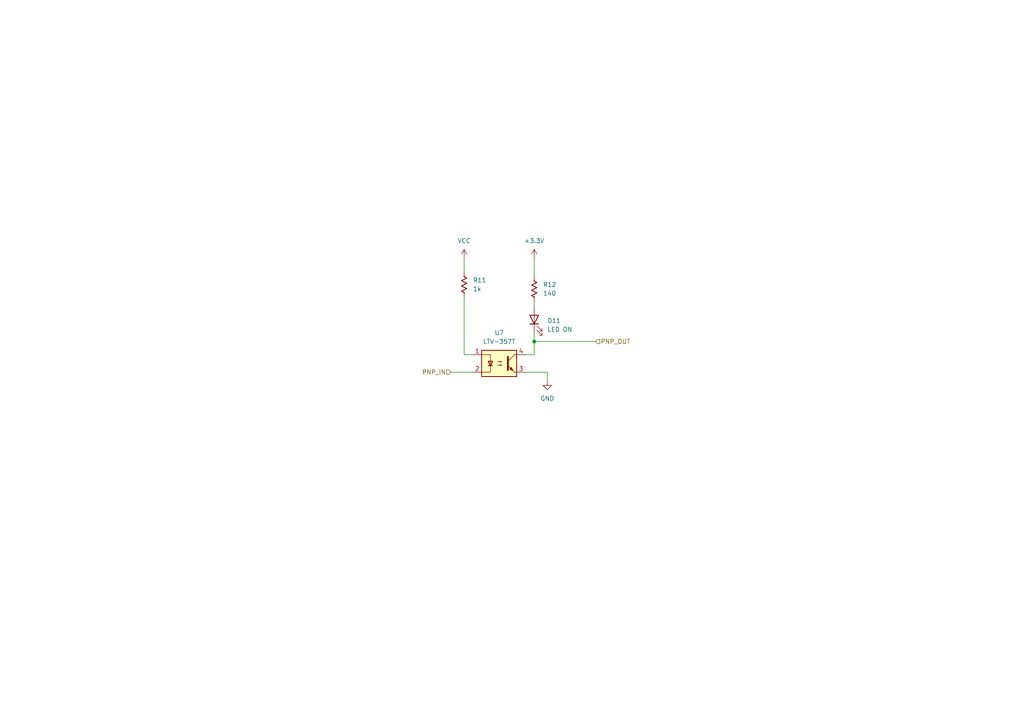
<source format=kicad_sch>
(kicad_sch (version 20250114) (generator "eeschema") (generator_version "9.0")
  (paper "A4")
  (lib_symbols
    (symbol "EasyEDA:+3.3V" (power) (pin_numbers (hide yes)) (pin_names (offset 0) (hide yes))
      (property "Value" "+3.3V" (at 0 3.556 0))
      (symbol "+3.3V_0_1"
        (polyline (pts (xy -0.762 1.27) (xy 0 2.54)))
        (polyline (pts (xy 0 2.54) (xy 0.762 1.27)))
        (polyline (pts (xy 0 0) (xy 0 2.54)))
      )
      (symbol "+3.3V_1_1"
        (pin power_in line (at 0 0 90) (length 0) (name "~") (number "1"))
      )
    )
    (symbol "EasyEDA:GND" (power) (pin_numbers (hide yes)) (pin_names (offset 0) (hide yes))
      (property "Value" "GND" (at 0 -3.81 0))
      (symbol "GND_0_1"
        (polyline (pts (xy 0 0) (xy 0 -1.27) (xy 1.27 -1.27) (xy 0 -2.54) (xy -1.27 -1.27) (xy 0 -1.27)))
      )
      (symbol "GND_1_1"
        (pin power_in line (at 0 0 270) (length 0) (name "~") (number "1"))
      )
    )
    (symbol "EasyEDA:LED" (pin_numbers (hide yes)) (pin_names (offset 1.016) (hide yes))
      (property "Reference" "D" (at 0 2.54 0))
      (property "Value" "LED" (at 0 -2.54 0))
      (symbol "LED_0_1"
        (polyline (pts (xy -3.048 -0.762) (xy -4.572 -2.286) (xy -3.81 -2.286) (xy -4.572 -2.286) (xy -4.572 -1.524)))
        (polyline (pts (xy -1.778 -0.762) (xy -3.302 -2.286) (xy -2.54 -2.286) (xy -3.302 -2.286) (xy -3.302 -1.524)))
        (polyline (pts (xy -1.27 0) (xy 1.27 0)))
        (polyline (pts (xy -1.27 -1.27) (xy -1.27 1.27)) (stroke (width 0.254)))
        (polyline (pts (xy 1.27 -1.27) (xy 1.27 1.27) (xy -1.27 0) (xy 1.27 -1.27)) (stroke (width 0.254)))
      )
      (symbol "LED_1_1"
        (pin passive line (at -3.81 0 0) (length 2.54) (name "K") (number "1"))
        (pin passive line (at 3.81 0 180) (length 2.54) (name "A") (number "2"))
      )
    )
    (symbol "EasyEDA:LTV-357T" (pin_names (offset 1.016))
      (property "Reference" "U" (at -5.334 4.826 0))
      (property "Value" "LTV-357T" (at 0 5.08 0))
      (symbol "LTV-357T_0_1"
        (rectangle (start -5.08 3.81) (end 5.08 -3.81) (stroke (width 0.254)) (fill (type background)))
        (polyline (pts (xy -5.08 2.54) (xy -2.54 2.54) (xy -2.54 -0.762)))
        (polyline (pts (xy -3.175 -0.635) (xy -1.905 -0.635)) (stroke (width 0.254)))
        (polyline (pts (xy -2.54 -0.635) (xy -2.54 -2.54) (xy -5.08 -2.54)))
        (polyline (pts (xy -2.54 -0.635) (xy -3.175 0.635) (xy -1.905 0.635) (xy -2.54 -0.635)) (stroke (width 0.254)))
        (polyline (pts (xy -0.508 0.508) (xy 0.762 0.508) (xy 0.381 0.381) (xy 0.381 0.635) (xy 0.762 0.508)))
        (polyline (pts (xy -0.508 -0.508) (xy 0.762 -0.508) (xy 0.381 -0.635) (xy 0.381 -0.381) (xy 0.762 -0.508)))
        (polyline (pts (xy 2.54 1.905) (xy 2.54 -1.905)) (stroke (width 0.508)))
        (polyline (pts (xy 2.54 0.635) (xy 4.445 2.54)))
        (polyline (pts (xy 3.048 -1.651) (xy 3.556 -1.143) (xy 4.064 -2.159) (xy 3.048 -1.651)) (fill (type outline)))
        (polyline (pts (xy 4.445 2.54) (xy 5.08 2.54)))
        (polyline (pts (xy 4.445 -2.54) (xy 2.54 -0.635)) (fill (type outline)))
        (polyline (pts (xy 4.445 -2.54) (xy 5.08 -2.54)))
      )
      (symbol "LTV-357T_1_1"
        (pin passive line (at -7.62 2.54 0) (length 2.54) (name "~") (number "1"))
        (pin passive line (at -7.62 -2.54 0) (length 2.54) (name "~") (number "2"))
        (pin passive line (at 7.62 2.54 180) (length 2.54) (name "~") (number "4"))
        (pin passive line (at 7.62 -2.54 180) (length 2.54) (name "~") (number "3"))
      )
    )
    (symbol "EasyEDA:R_0603" (pin_numbers (hide yes)) (pin_names (offset 0))
      (property "Reference" "R" (at 2.54 1.27 0))
      (property "Value" "R_0603" (at 2.54 -1.27 0))
      (symbol "R_0603_0_1"
        (polyline (pts (xy 0 2.286) (xy 0 2.54)) (stroke (width 0.254)))
        (polyline (pts (xy 0 2.286) (xy 0.762 1.905) (xy -0.762 1.143) (xy 0 0.762) (xy 0.762 0.381) (xy 0 0) (xy -0.762 -0.381) (xy 0 -0.762) (xy 0.762 -1.143) (xy 0 -1.524) (xy -0.762 -1.905) (xy 0 -2.286)) (stroke (width 0.254)))
        (polyline (pts (xy 0 -2.286) (xy 0 -2.54)) (stroke (width 0.254)))
      )
      (symbol "R_0603_0_2"
        (polyline (pts (xy -2.54 -2.54) (xy -1.778 -1.778)))
        (polyline (pts (xy -1.778 -1.778) (xy -1.524 -1.524)) (stroke (width 0.254)))
        (polyline (pts (xy -1.524 -1.524) (xy -1.778 -0.762) (xy -1.016 -1.016)) (stroke (width 0.254)))
        (polyline (pts (xy -0.508 -0.508) (xy -0.762 0.254) (xy 0 0)) (stroke (width 0.254)))
        (polyline (pts (xy -0.508 -0.508) (xy -0.254 -1.27) (xy -1.016 -1.016)) (stroke (width 0.254)))
        (polyline (pts (xy 0.508 0.508) (xy 0.254 1.27) (xy 1.016 1.016)) (stroke (width 0.254)))
        (polyline (pts (xy 0.508 0.508) (xy 0.762 -0.254) (xy 0 0)) (stroke (width 0.254)))
        (polyline (pts (xy 1.524 1.524) (xy 1.778 0.762) (xy 1.016 1.016)) (stroke (width 0.254)))
        (polyline (pts (xy 1.778 1.778) (xy 1.524 1.524)) (stroke (width 0.254)))
        (polyline (pts (xy 1.778 1.778) (xy 2.54 2.54)))
      )
      (symbol "R_0603_1_1"
        (pin passive line (at 0 3.81 270) (length 1.27) (name "~") (number "1"))
        (pin passive line (at 0 -3.81 90) (length 1.27) (name "~") (number "2"))
      )
      (symbol "R_0603_1_2"
        (pin passive line (at -2.54 -2.54 0) (length 0) (name "") (number "2"))
        (pin passive line (at 2.54 2.54 180) (length 0) (name "") (number "1"))
      )
    )
    (symbol "EasyEDA:VCC" (power) (pin_numbers (hide yes)) (pin_names (offset 0) (hide yes))
      (property "Value" "VCC" (at 0 3.556 0))
      (symbol "VCC_0_1"
        (polyline (pts (xy -0.762 1.27) (xy 0 2.54)))
        (polyline (pts (xy 0 2.54) (xy 0.762 1.27)))
        (polyline (pts (xy 0 0) (xy 0 2.54)))
      )
      (symbol "VCC_1_1"
        (pin power_in line (at 0 0 90) (length 0) (name "~") (number "1"))
      )
    )
  )
  (junction (at 154.94 99.06))
  (wire (pts (xy 152.4 107.95) (xy 158.75 107.95)))
  (wire (pts (xy 134.62 86.36) (xy 134.62 102.87)))
  (wire (pts (xy 152.4 102.87) (xy 154.94 102.87)))
  (wire (pts (xy 158.75 110.49) (xy 158.75 107.95)))
  (wire (pts (xy 154.94 96.52) (xy 154.94 99.06)))
  (wire (pts (xy 154.94 87.63) (xy 154.94 88.9)))
  (wire (pts (xy 134.62 74.93) (xy 134.62 78.74)))
  (wire (pts (xy 154.94 99.06) (xy 172.72 99.06)))
  (wire (pts (xy 130.81 107.95) (xy 137.16 107.95)))
  (wire (pts (xy 154.94 102.87) (xy 154.94 99.06)))
  (wire (pts (xy 134.62 102.87) (xy 137.16 102.87)))
  (wire (pts (xy 154.94 74.93) (xy 154.94 80.01)))
  (hierarchical_label "PNP_OUT" (shape input) (at 172.72 99.06 0))
  (hierarchical_label "PNP_IN" (shape input) (at 130.81 107.95 180))
  (symbol (lib_id "EasyEDA:VCC") (at 134.62 74.93 0) (unit 1)
    (property "Reference" "#PWR029" (effects (hide yes)))
    (property "Value" "VCC" (at 134.62 69.85 0))
    (property "Description" "Power symbol creates a global label with name \"VCC\"" (effects (hide yes)))
  )
  (symbol (lib_id "EasyEDA:+3.3V") (at 154.94 74.93 0) (unit 1)
    (property "Reference" "#PWR030" (effects (hide yes)))
    (property "Value" "+3.3V" (at 154.94 69.85 0))
    (property "Description" "Power symbol creates a global label with name \"+3.3V\"" (effects (hide yes)))
  )
  (symbol (lib_id "EasyEDA:R_0603") (at 154.94 83.82 0) (unit 1)
    (property "Reference" "R12" (at 157.48 82.5499 0) (effects (justify left)))
    (property "Value" "140" (at 157.48 85.0899 0) (effects (justify left)))
    (property "Footprint" "PCM_Resistor_SMD_AKL:R_0603_1608Metric" (effects (hide yes)))
    (property "Description" "SMD 0603 Chip Resistor, US Symbol, Alternate KiCad Library" (effects (hide yes)))
  )
  (symbol (lib_id "EasyEDA:LTV-357T") (at 144.78 105.41 0) (unit 1)
    (property "Reference" "U7" (at 144.78 96.52 0))
    (property "Value" "LTV-357T" (at 144.78 99.06 0))
    (property "Footprint" "Package_SO:SO-4_4.4x3.6mm_P2.54mm" (effects (hide yes)))
    (property "Datasheet" "https://www.buerklin.com/medias/sys_master/download/download/h91/ha0/8892020588574.pdf" (effects (hide yes)))
    (property "Description" "DC Optocoupler, Vce 35V, CTR 50%, SO-4" (effects (hide yes)))
  )
  (symbol (lib_id "EasyEDA:LED") (at 154.94 92.71 90) (unit 1)
    (property "Reference" "D11" (at 158.75 93.0274 90) (effects (justify right)))
    (property "Value" "LED ON" (at 158.75 95.5674 90) (effects (justify right)))
    (property "Footprint" "LED_SMD:LED_0603_1608Metric" (effects (hide yes)))
    (property "Description" "Light emitting diode" (effects (hide yes)))
    (property "Sim.Pins" "1=K 2=A" (effects (hide yes)))
  )
  (symbol (lib_id "EasyEDA:GND") (at 158.75 110.49 0) (unit 1)
    (property "Reference" "#PWR031" (effects (hide yes)))
    (property "Value" "GND" (at 158.75 115.57 0))
    (property "Description" "Power symbol creates a global label with name \"GND\" , ground" (effects (hide yes)))
  )
  (symbol (lib_id "EasyEDA:R_0603") (at 134.62 82.55 0) (unit 1)
    (property "Reference" "R11" (at 137.16 81.2799 0) (effects (justify left)))
    (property "Value" "1k" (at 137.16 83.8199 0) (effects (justify left)))
    (property "Footprint" "PCM_Resistor_SMD_AKL:R_0603_1608Metric" (effects (hide yes)))
    (property "Description" "SMD 0603 Chip Resistor, US Symbol, Alternate KiCad Library" (effects (hide yes)))
  )
)
</source>
